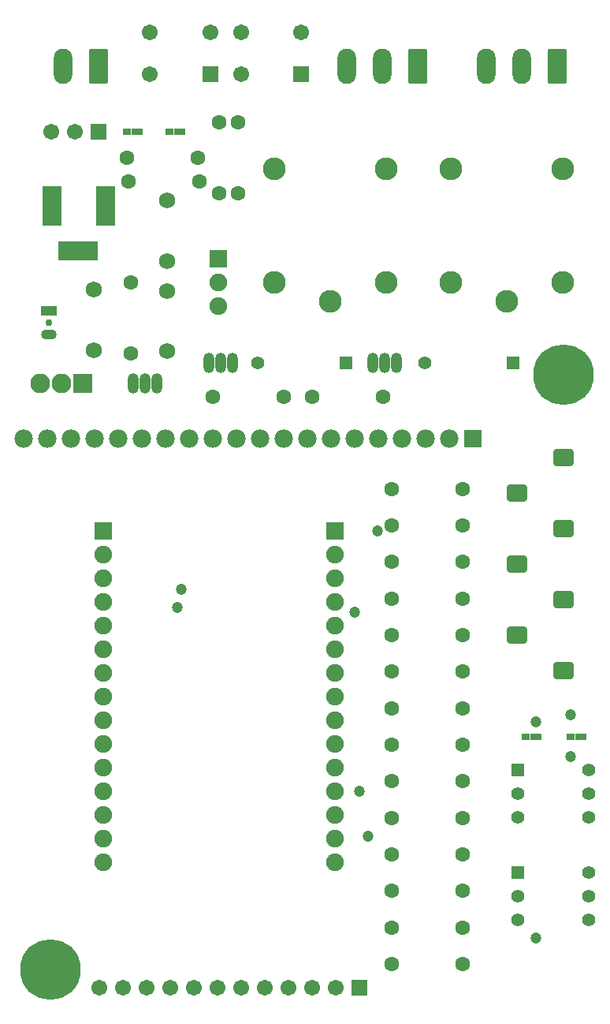
<source format=gbr>
%TF.GenerationSoftware,Altium Limited,Altium Designer,21.3.2 (30)*%
G04 Layer_Color=8388736*
%FSLAX26Y26*%
%MOIN*%
%TF.SameCoordinates,1719BFE3-EC80-49D5-815D-C9D469E1D468*%
%TF.FilePolarity,Negative*%
%TF.FileFunction,Soldermask,Top*%
%TF.Part,Single*%
G01*
G75*
%TA.AperFunction,ComponentPad*%
G04:AMPARAMS|DCode=35|XSize=42.126mil|YSize=66.929mil|CornerRadius=21.063mil|HoleSize=0mil|Usage=FLASHONLY|Rotation=270.000|XOffset=0mil|YOffset=0mil|HoleType=Round|Shape=RoundedRectangle|*
%AMROUNDEDRECTD35*
21,1,0.042126,0.024803,0,0,270.0*
21,1,0.000000,0.066929,0,0,270.0*
1,1,0.042126,-0.012402,0.000000*
1,1,0.042126,-0.012402,0.000000*
1,1,0.042126,0.012402,0.000000*
1,1,0.042126,0.012402,0.000000*
%
%ADD35ROUNDEDRECTD35*%
%ADD36C,0.029528*%
%ADD37R,0.066929X0.042126*%
G04:AMPARAMS|DCode=46|XSize=78.866mil|YSize=149.732mil|CornerRadius=39.433mil|HoleSize=0mil|Usage=FLASHONLY|Rotation=180.000|XOffset=0mil|YOffset=0mil|HoleType=Round|Shape=RoundedRectangle|*
%AMROUNDEDRECTD46*
21,1,0.078866,0.070866,0,0,180.0*
21,1,0.000000,0.149732,0,0,180.0*
1,1,0.078866,0.000000,0.035433*
1,1,0.078866,0.000000,0.035433*
1,1,0.078866,0.000000,-0.035433*
1,1,0.078866,0.000000,-0.035433*
%
%ADD46ROUNDEDRECTD46*%
G04:AMPARAMS|DCode=47|XSize=78.866mil|YSize=149.732mil|CornerRadius=8.961mil|HoleSize=0mil|Usage=FLASHONLY|Rotation=180.000|XOffset=0mil|YOffset=0mil|HoleType=Round|Shape=RoundedRectangle|*
%AMROUNDEDRECTD47*
21,1,0.078866,0.131811,0,0,180.0*
21,1,0.060945,0.149732,0,0,180.0*
1,1,0.017921,-0.030473,0.065906*
1,1,0.017921,0.030473,0.065906*
1,1,0.017921,0.030473,-0.065906*
1,1,0.017921,-0.030473,-0.065906*
%
%ADD47ROUNDEDRECTD47*%
%ADD48R,0.067055X0.067055*%
%ADD49C,0.067055*%
%TA.AperFunction,ViaPad*%
%ADD50C,0.039496*%
%ADD51C,0.256031*%
%TA.AperFunction,ComponentPad*%
%ADD52R,0.083591X0.083591*%
%ADD53C,0.083591*%
G04:AMPARAMS|DCode=54|XSize=74.929mil|YSize=74.929mil|CornerRadius=37.465mil|HoleSize=0mil|Usage=FLASHONLY|Rotation=0.000|XOffset=0mil|YOffset=0mil|HoleType=Round|Shape=RoundedRectangle|*
%AMROUNDEDRECTD54*
21,1,0.074929,0.000000,0,0,0.0*
21,1,0.000000,0.074929,0,0,0.0*
1,1,0.074929,0.000000,0.000000*
1,1,0.074929,0.000000,0.000000*
1,1,0.074929,0.000000,0.000000*
1,1,0.074929,0.000000,0.000000*
%
%ADD54ROUNDEDRECTD54*%
%ADD55R,0.074929X0.074929*%
%ADD56C,0.039496*%
%ADD57C,0.256031*%
%ADD58C,0.078000*%
%ADD59R,0.078000X0.078000*%
%ADD60C,0.063118*%
%ADD61O,0.047370X0.086740*%
%ADD62O,0.047370X0.086740*%
%ADD63R,0.055244X0.055244*%
%ADD64C,0.055244*%
%ADD65C,0.096583*%
%ADD66R,0.078866X0.165480*%
%ADD67R,0.165480X0.078866*%
%ADD68C,0.068000*%
%ADD69R,0.074929X0.074929*%
%ADD70C,0.074929*%
G04:AMPARAMS|DCode=71|XSize=70.992mil|YSize=86.74mil|CornerRadius=11.874mil|HoleSize=0mil|Usage=FLASHONLY|Rotation=90.000|XOffset=0mil|YOffset=0mil|HoleType=Round|Shape=RoundedRectangle|*
%AMROUNDEDRECTD71*
21,1,0.070992,0.062992,0,0,90.0*
21,1,0.047244,0.086740,0,0,90.0*
1,1,0.023748,0.031496,0.023622*
1,1,0.023748,0.031496,-0.023622*
1,1,0.023748,-0.031496,-0.023622*
1,1,0.023748,-0.031496,0.023622*
%
%ADD71ROUNDEDRECTD71*%
%TA.AperFunction,ViaPad*%
%ADD72C,0.047370*%
%TA.AperFunction,SMDPad,CuDef*%
%ADD79R,0.035559X0.027685*%
%ADD80R,0.049339X0.027685*%
D35*
X185433Y2847638D02*
D03*
D36*
Y2897638D02*
D03*
D37*
Y2947638D02*
D03*
D46*
X1444488Y3980315D02*
D03*
X1594488D02*
D03*
X2185039D02*
D03*
X2035039D02*
D03*
X243701Y3980315D02*
D03*
D47*
X1744488Y3980315D02*
D03*
X2335039D02*
D03*
X393701Y3980315D02*
D03*
D48*
X1496063Y86614D02*
D03*
X393701Y3704724D02*
D03*
X866142Y3946850D02*
D03*
X1251968D02*
D03*
D49*
X1396063Y86614D02*
D03*
X1296063D02*
D03*
X1196063D02*
D03*
X1096063D02*
D03*
X996063D02*
D03*
X896063D02*
D03*
X796063D02*
D03*
X696063D02*
D03*
X596063D02*
D03*
X496063D02*
D03*
X396063D02*
D03*
X293701Y3704724D02*
D03*
X193701D02*
D03*
X610236Y3946850D02*
D03*
Y4124016D02*
D03*
X866142D02*
D03*
X996063Y3946850D02*
D03*
Y4124016D02*
D03*
X1251968D02*
D03*
D50*
X2362205Y2771654D02*
D03*
X2267716Y2677165D02*
D03*
X2295392Y2743979D02*
D03*
Y2610352D02*
D03*
X2429018Y2743979D02*
D03*
Y2610352D02*
D03*
X2362205Y2582677D02*
D03*
X2456693Y2677165D02*
D03*
D51*
X2362205D02*
D03*
D52*
X327953Y2641732D02*
D03*
D53*
X237795D02*
D03*
X147638D02*
D03*
D54*
X414370Y616732D02*
D03*
Y1616732D02*
D03*
Y1116732D02*
D03*
Y1716732D02*
D03*
Y1916732D02*
D03*
Y1216732D02*
D03*
Y716732D02*
D03*
Y1016732D02*
D03*
Y1816732D02*
D03*
Y816732D02*
D03*
Y916732D02*
D03*
Y1316732D02*
D03*
Y1416732D02*
D03*
Y1516732D02*
D03*
X1394685Y616732D02*
D03*
Y1616732D02*
D03*
Y1116732D02*
D03*
Y1716732D02*
D03*
Y1916732D02*
D03*
Y1216732D02*
D03*
Y716732D02*
D03*
Y1016732D02*
D03*
Y1816732D02*
D03*
Y816732D02*
D03*
Y916732D02*
D03*
Y1316732D02*
D03*
Y1416732D02*
D03*
Y1516732D02*
D03*
D55*
X414370Y2016732D02*
D03*
X1394685D02*
D03*
D56*
X283858Y164567D02*
D03*
X189370Y70079D02*
D03*
X256183Y97754D02*
D03*
Y231380D02*
D03*
X122557Y97754D02*
D03*
Y231380D02*
D03*
X94882Y164567D02*
D03*
X189370Y259055D02*
D03*
D57*
Y164567D02*
D03*
D58*
X1577953Y2405512D02*
D03*
X1477953D02*
D03*
X1877953D02*
D03*
X1777953D02*
D03*
X1677953D02*
D03*
X177953D02*
D03*
X1377953D02*
D03*
X1277953D02*
D03*
X377953D02*
D03*
X477953D02*
D03*
X777953D02*
D03*
X77953D02*
D03*
X277953D02*
D03*
X677953D02*
D03*
X877953D02*
D03*
X1177953D02*
D03*
X1077953D02*
D03*
X977953D02*
D03*
X577953D02*
D03*
D59*
X1977953D02*
D03*
D60*
X1298819Y2584646D02*
D03*
X1598819D02*
D03*
X1177559Y2582677D02*
D03*
X877559D02*
D03*
X530512Y3067323D02*
D03*
Y2767323D02*
D03*
X815354Y3594488D02*
D03*
X515354D02*
D03*
X519291Y3492126D02*
D03*
X819291D02*
D03*
X984252Y3744488D02*
D03*
Y3444488D02*
D03*
X905512Y3744488D02*
D03*
Y3444488D02*
D03*
X1933465Y187190D02*
D03*
X1633465D02*
D03*
X1933465Y341642D02*
D03*
X1633465D02*
D03*
Y496094D02*
D03*
X1933465D02*
D03*
Y650545D02*
D03*
X1633465D02*
D03*
Y804997D02*
D03*
X1933465D02*
D03*
X1633465Y959449D02*
D03*
X1933465D02*
D03*
Y1113901D02*
D03*
X1633465D02*
D03*
X1933465Y1268352D02*
D03*
X1633465D02*
D03*
X1933465Y1422804D02*
D03*
X1633465D02*
D03*
Y1577256D02*
D03*
X1933465D02*
D03*
X1633465Y1731708D02*
D03*
X1933465D02*
D03*
X1633465Y1886160D02*
D03*
X1933465D02*
D03*
X1633465Y2040611D02*
D03*
X1933465D02*
D03*
X1633465Y2195063D02*
D03*
X1933465D02*
D03*
D61*
X640551Y2641732D02*
D03*
X590551D02*
D03*
X1603543Y2728347D02*
D03*
X909449D02*
D03*
D62*
X540551Y2641732D02*
D03*
X1653543Y2728347D02*
D03*
X1553543D02*
D03*
X959449D02*
D03*
X859449D02*
D03*
D63*
X2147638D02*
D03*
X1440945Y2728347D02*
D03*
X2167913Y1005512D02*
D03*
Y572441D02*
D03*
D64*
X1773622Y2728347D02*
D03*
X1066929Y2728347D02*
D03*
X2167913Y905512D02*
D03*
Y805512D02*
D03*
X2467913D02*
D03*
Y905512D02*
D03*
Y1005512D02*
D03*
X2167913Y472441D02*
D03*
Y372441D02*
D03*
X2467913D02*
D03*
Y472441D02*
D03*
Y572441D02*
D03*
D65*
X1137795Y3066929D02*
D03*
Y3547244D02*
D03*
X1610236D02*
D03*
Y3066929D02*
D03*
X1374016Y2988189D02*
D03*
X1885827Y3066929D02*
D03*
Y3547244D02*
D03*
X2358268D02*
D03*
Y3066929D02*
D03*
X2122047Y2988189D02*
D03*
D66*
X425197Y3389764D02*
D03*
X196850D02*
D03*
D67*
X307087Y3200787D02*
D03*
D68*
X685039Y3157480D02*
D03*
Y3413386D02*
D03*
X374016Y3035433D02*
D03*
Y2779528D02*
D03*
X685039Y3031496D02*
D03*
Y2775590D02*
D03*
D69*
X901575Y3166929D02*
D03*
D70*
Y3066929D02*
D03*
Y2966929D02*
D03*
D71*
X2362205Y1426772D02*
D03*
X2165354Y1576772D02*
D03*
X2362205Y1726772D02*
D03*
X2165354Y1876772D02*
D03*
X2362205Y2026772D02*
D03*
X2165354Y2176772D02*
D03*
X2362205Y2326772D02*
D03*
D72*
X1574803Y2016732D02*
D03*
X728346Y1692913D02*
D03*
X1476378Y1673228D02*
D03*
X745427Y1771653D02*
D03*
X1496063Y916732D02*
D03*
X1535433Y728346D02*
D03*
X2244095Y295276D02*
D03*
X2389528Y1062992D02*
D03*
Y1240158D02*
D03*
X2244771Y1211055D02*
D03*
D79*
X694567Y3704724D02*
D03*
X514764D02*
D03*
X2200157Y1145669D02*
D03*
X2389528D02*
D03*
D80*
X738465Y3704724D02*
D03*
X558661D02*
D03*
X2244094Y1145669D02*
D03*
X2433465D02*
D03*
%TF.MD5,bb579439f1b14e12171e3a66d701a2fb*%
M02*

</source>
